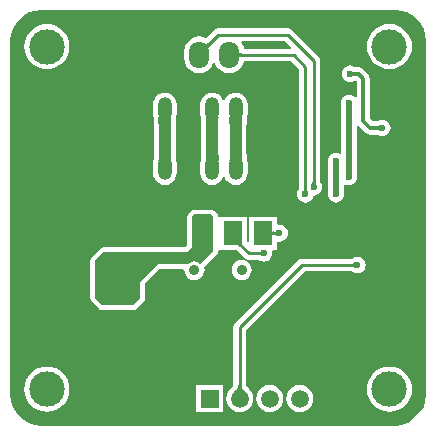
<source format=gtl>
G04 Layer_Physical_Order=1*
G04 Layer_Color=255*
%FSLAX44Y44*%
%MOMM*%
G71*
G01*
G75*
%ADD10R,1.6000X2.0000*%
%ADD11C,1.0000*%
%ADD12C,0.2540*%
%ADD13C,0.5000*%
%ADD14C,0.3000*%
%ADD15C,1.5000*%
%ADD16C,3.0000*%
%ADD17C,0.9000*%
%ADD18R,1.5000X1.5000*%
%ADD19C,1.5000*%
%ADD20O,1.7000X2.3000*%
%ADD21R,1.7000X2.3000*%
%ADD22O,1.2000X2.0000*%
%ADD23C,0.6000*%
G36*
X-4999Y320860D02*
X295001D01*
X295001Y320860D01*
Y320860D01*
X296252Y320814D01*
X300060Y320439D01*
X304925Y318963D01*
X309409Y316566D01*
X310539Y315639D01*
X315637Y310541D01*
X316565Y309411D01*
X318961Y304927D01*
X320437Y300062D01*
X320910Y295263D01*
X320858Y295003D01*
Y-4997D01*
X320910Y-5258D01*
X320437Y-10057D01*
X318961Y-14922D01*
X318335Y-16093D01*
X306096Y-28332D01*
X304925Y-28958D01*
X300060Y-30433D01*
X295261Y-30906D01*
X295001Y-30854D01*
X-4999D01*
X-5260Y-30906D01*
X-10059Y-30433D01*
X-14924Y-28958D01*
X-19408Y-26561D01*
X-20537Y-25634D01*
X-25636Y-20535D01*
X-26563Y-19406D01*
X-28960Y-14922D01*
X-30435Y-10057D01*
X-30908Y-5258D01*
X-30856Y-4997D01*
Y295003D01*
X-30908Y295263D01*
X-30435Y300062D01*
X-28960Y304927D01*
X-26563Y309411D01*
X-26445Y309555D01*
X-19552Y316448D01*
X-19408Y316566D01*
X-14924Y318963D01*
X-10059Y320439D01*
X-5260Y320911D01*
X-4999Y320860D01*
D02*
G37*
%LPC*%
G36*
X290000Y19092D02*
X286275Y18725D01*
X282694Y17639D01*
X279393Y15874D01*
X276500Y13500D01*
X274126Y10607D01*
X272361Y7306D01*
X271275Y3725D01*
X270908Y0D01*
X271275Y-3725D01*
X272361Y-7306D01*
X274126Y-10607D01*
X276500Y-13500D01*
X279393Y-15874D01*
X282694Y-17639D01*
X286275Y-18725D01*
X290000Y-19092D01*
X293725Y-18725D01*
X297306Y-17639D01*
X300607Y-15874D01*
X303500Y-13500D01*
X305874Y-10607D01*
X307639Y-7306D01*
X308725Y-3725D01*
X309092Y0D01*
X308725Y3725D01*
X307639Y7306D01*
X305874Y10607D01*
X303500Y13500D01*
X300607Y15874D01*
X297306Y17639D01*
X293725Y18725D01*
X290000Y19092D01*
D02*
G37*
G36*
X0D02*
X-3725Y18725D01*
X-7306Y17639D01*
X-10607Y15874D01*
X-13500Y13500D01*
X-15874Y10607D01*
X-17639Y7306D01*
X-18725Y3725D01*
X-19092Y0D01*
X-18725Y-3725D01*
X-17639Y-7306D01*
X-15874Y-10607D01*
X-13500Y-13500D01*
X-10607Y-15874D01*
X-7306Y-17639D01*
X-3725Y-18725D01*
X0Y-19092D01*
X3725Y-18725D01*
X7306Y-17639D01*
X10607Y-15874D01*
X13500Y-13500D01*
X15874Y-10607D01*
X17639Y-7306D01*
X18725Y-3725D01*
X19092Y0D01*
X18725Y3725D01*
X17639Y7306D01*
X15874Y10607D01*
X13500Y13500D01*
X10607Y15874D01*
X7306Y17639D01*
X3725Y18725D01*
X0Y19092D01*
D02*
G37*
G36*
X159890Y251056D02*
X157280Y250713D01*
X154847Y249705D01*
X152758Y248102D01*
X151155Y246013D01*
X150577Y244618D01*
X149203D01*
X148625Y246013D01*
X147022Y248102D01*
X144933Y249705D01*
X142500Y250713D01*
X139890Y251056D01*
X137280Y250713D01*
X134847Y249705D01*
X132758Y248102D01*
X131155Y246013D01*
X130147Y243580D01*
X129804Y240970D01*
Y232970D01*
X130147Y230359D01*
X130298Y229995D01*
X130812Y219546D01*
Y204351D01*
X130812Y204350D01*
X130679Y196705D01*
X130564Y195079D01*
X130513Y194674D01*
X130505Y194631D01*
X130501Y194619D01*
X130496Y194584D01*
X130448Y194339D01*
X130448Y194307D01*
X130147Y193580D01*
X129804Y190970D01*
Y182970D01*
X130147Y180359D01*
X131155Y177927D01*
X132758Y175838D01*
X134847Y174235D01*
X137280Y173227D01*
X139890Y172884D01*
X142500Y173227D01*
X144933Y174235D01*
X147022Y175838D01*
X148625Y177927D01*
X149203Y179322D01*
X150577D01*
X151155Y177927D01*
X152758Y175838D01*
X154847Y174235D01*
X157280Y173227D01*
X159890Y172884D01*
X162500Y173227D01*
X164933Y174235D01*
X167022Y175838D01*
X168625Y177927D01*
X169633Y180359D01*
X169976Y182970D01*
Y190970D01*
X169633Y193580D01*
X169482Y193945D01*
X168968Y204394D01*
Y219589D01*
X168968Y219590D01*
X169101Y227235D01*
X169216Y228861D01*
X169266Y229266D01*
X169275Y229309D01*
X169279Y229321D01*
X169284Y229356D01*
X169332Y229601D01*
X169332Y229633D01*
X169633Y230359D01*
X169976Y232970D01*
Y240970D01*
X169633Y243580D01*
X168625Y246013D01*
X167022Y248102D01*
X164933Y249705D01*
X162500Y250713D01*
X159890Y251056D01*
D02*
G37*
G36*
X164890Y109543D02*
X162671Y109251D01*
X160603Y108395D01*
X158828Y107032D01*
X157465Y105257D01*
X156609Y103189D01*
X156317Y100970D01*
X156609Y98751D01*
X157465Y96683D01*
X158828Y94908D01*
X160603Y93545D01*
X162671Y92689D01*
X164890Y92397D01*
X167109Y92689D01*
X169177Y93545D01*
X170952Y94908D01*
X172315Y96683D01*
X173171Y98751D01*
X173463Y100970D01*
X173171Y103189D01*
X172315Y105257D01*
X170952Y107032D01*
X169177Y108395D01*
X167109Y109251D01*
X164890Y109543D01*
D02*
G37*
G36*
X138890Y152048D02*
X138890Y152048D01*
X124890D01*
X123329Y151738D01*
X122006Y150854D01*
X122006Y150854D01*
X120006Y148854D01*
X119122Y147531D01*
X118812Y145970D01*
X118812Y145970D01*
Y121659D01*
X117201Y120048D01*
X47890D01*
X47890Y120048D01*
X46329Y119738D01*
X45006Y118854D01*
X39006Y112854D01*
X39006Y112854D01*
X38006Y111854D01*
X37122Y110531D01*
X36812Y108970D01*
X36812Y108970D01*
Y88970D01*
Y76970D01*
X37122Y75409D01*
X38006Y74086D01*
X38006Y74086D01*
X42006Y70086D01*
X42006Y70086D01*
X44006Y68086D01*
X45329Y67202D01*
X46890Y66892D01*
X46890Y66892D01*
X72890D01*
X72890Y66892D01*
X74451Y67202D01*
X75774Y68086D01*
X75774Y68086D01*
X78774Y71086D01*
X78774Y71086D01*
X81774Y74086D01*
X82658Y75409D01*
X82968Y76970D01*
X82968Y76970D01*
Y89281D01*
X92774Y99086D01*
X92774Y99086D01*
X95579Y101892D01*
X115508D01*
X116317Y100970D01*
X116609Y98751D01*
X117465Y96683D01*
X118828Y94908D01*
X120603Y93545D01*
X122671Y92689D01*
X124890Y92397D01*
X127109Y92689D01*
X129177Y93545D01*
X130952Y94908D01*
X132315Y96683D01*
X133171Y98751D01*
X133463Y100970D01*
X133171Y103189D01*
X133085Y103397D01*
X141774Y112086D01*
X141774Y112086D01*
X143774Y114086D01*
X144658Y115409D01*
X144968Y116970D01*
X144968Y116970D01*
Y116978D01*
X145640Y117970D01*
X146238Y117970D01*
X159973D01*
X160007Y117961D01*
X160075Y117970D01*
X160236D01*
X160560Y117701D01*
X167091Y111171D01*
X168834Y110006D01*
X170890Y109597D01*
X179394D01*
X180360Y108855D01*
X182063Y108150D01*
X183890Y107910D01*
X185717Y108150D01*
X187420Y108855D01*
X188883Y109978D01*
X190005Y111440D01*
X190710Y113143D01*
X190950Y114970D01*
X190723Y116700D01*
X190764Y117068D01*
X191367Y117970D01*
X195140D01*
Y124177D01*
X196095Y125014D01*
X196890Y124910D01*
X198717Y125150D01*
X200420Y125856D01*
X201882Y126978D01*
X203004Y128440D01*
X203710Y130143D01*
X203950Y131970D01*
X203710Y133797D01*
X203004Y135500D01*
X201882Y136962D01*
X200420Y138084D01*
X198717Y138790D01*
X196890Y139030D01*
X196095Y138926D01*
X195140Y139763D01*
Y145970D01*
X171140D01*
Y125257D01*
X169870Y124578D01*
X169640Y124732D01*
Y145970D01*
X146238D01*
X145640Y145970D01*
X144786Y146886D01*
X144658Y147531D01*
X143774Y148854D01*
X143774Y148854D01*
X141774Y150854D01*
X140451Y151738D01*
X140192Y151789D01*
X138890Y152048D01*
D02*
G37*
G36*
X99890Y251056D02*
X97280Y250713D01*
X94847Y249705D01*
X92758Y248102D01*
X91155Y246013D01*
X90147Y243580D01*
X89804Y240970D01*
Y232970D01*
X90147Y230359D01*
X90298Y229995D01*
X90812Y219546D01*
Y204351D01*
X90812Y204350D01*
X90679Y196705D01*
X90564Y195079D01*
X90513Y194674D01*
X90505Y194631D01*
X90501Y194619D01*
X90496Y194584D01*
X90448Y194339D01*
X90448Y194307D01*
X90147Y193580D01*
X89804Y190970D01*
Y182970D01*
X90147Y180359D01*
X91155Y177927D01*
X92758Y175838D01*
X94847Y174235D01*
X97280Y173227D01*
X99890Y172884D01*
X102500Y173227D01*
X104933Y174235D01*
X107022Y175838D01*
X108625Y177927D01*
X109633Y180359D01*
X109976Y182970D01*
Y190970D01*
X109633Y193580D01*
X109482Y193945D01*
X108968Y204394D01*
Y219589D01*
X108968Y219590D01*
X109101Y227235D01*
X109216Y228861D01*
X109267Y229266D01*
X109275Y229309D01*
X109279Y229321D01*
X109284Y229356D01*
X109332Y229601D01*
X109332Y229633D01*
X109633Y230359D01*
X109976Y232970D01*
Y240970D01*
X109633Y243580D01*
X108625Y246013D01*
X107022Y248102D01*
X104933Y249705D01*
X102500Y250713D01*
X99890Y251056D01*
D02*
G37*
G36*
X262890Y112030D02*
X261063Y111790D01*
X259360Y111084D01*
X258394Y110343D01*
X215890D01*
X213834Y109934D01*
X212090Y108770D01*
X159490Y56170D01*
X158326Y54426D01*
X157917Y52370D01*
Y3825D01*
X157862Y3663D01*
X157739Y3390D01*
X157536Y3028D01*
X157247Y2588D01*
X156896Y2119D01*
X155805Y868D01*
X155213Y268D01*
X155088Y172D01*
X153245Y-2230D01*
X152086Y-5028D01*
X151691Y-8030D01*
X152086Y-11032D01*
X153245Y-13830D01*
X155088Y-16232D01*
X157490Y-18075D01*
X160288Y-19234D01*
X163290Y-19629D01*
X166292Y-19234D01*
X169090Y-18075D01*
X171492Y-16232D01*
X173335Y-13830D01*
X174494Y-11032D01*
X174889Y-8030D01*
X174494Y-5028D01*
X173335Y-2230D01*
X171492Y172D01*
X171367Y268D01*
X170776Y868D01*
X169684Y2119D01*
X169333Y2588D01*
X169044Y3028D01*
X168841Y3391D01*
X168718Y3663D01*
X168663Y3825D01*
Y50144D01*
X218116Y99597D01*
X258394D01*
X259360Y98855D01*
X261063Y98150D01*
X262890Y97910D01*
X264717Y98150D01*
X266420Y98855D01*
X267882Y99978D01*
X269004Y101440D01*
X269710Y103143D01*
X269950Y104970D01*
X269710Y106797D01*
X269004Y108500D01*
X267882Y109962D01*
X266420Y111084D01*
X264717Y111790D01*
X262890Y112030D01*
D02*
G37*
G36*
X214090Y3569D02*
X211088Y3174D01*
X208290Y2015D01*
X205888Y172D01*
X204045Y-2230D01*
X202886Y-5028D01*
X202491Y-8030D01*
X202886Y-11032D01*
X204045Y-13830D01*
X205888Y-16232D01*
X208290Y-18075D01*
X211088Y-19234D01*
X214090Y-19629D01*
X217092Y-19234D01*
X219890Y-18075D01*
X222292Y-16232D01*
X224135Y-13830D01*
X225294Y-11032D01*
X225689Y-8030D01*
X225294Y-5028D01*
X224135Y-2230D01*
X222292Y172D01*
X219890Y2015D01*
X217092Y3174D01*
X214090Y3569D01*
D02*
G37*
G36*
X290000Y309092D02*
X286275Y308725D01*
X282694Y307639D01*
X279393Y305874D01*
X276500Y303500D01*
X274126Y300607D01*
X272361Y297306D01*
X271275Y293725D01*
X270908Y290000D01*
X271275Y286275D01*
X272361Y282694D01*
X274126Y279393D01*
X276500Y276500D01*
X279393Y274126D01*
X282694Y272361D01*
X286275Y271275D01*
X290000Y270908D01*
X293725Y271275D01*
X297306Y272361D01*
X300607Y274126D01*
X303500Y276500D01*
X305874Y279393D01*
X307639Y282694D01*
X308725Y286275D01*
X309092Y290000D01*
X308725Y293725D01*
X307639Y297306D01*
X305874Y300607D01*
X303500Y303500D01*
X300607Y305874D01*
X297306Y307639D01*
X293725Y308725D01*
X290000Y309092D01*
D02*
G37*
G36*
X203890Y305343D02*
X144890D01*
X142834Y304934D01*
X141090Y303769D01*
X134498Y297177D01*
X132153Y298148D01*
X128890Y298578D01*
X125627Y298148D01*
X122586Y296889D01*
X119975Y294885D01*
X117971Y292274D01*
X116712Y289233D01*
X116282Y285970D01*
Y279970D01*
X116712Y276707D01*
X117971Y273666D01*
X119975Y271055D01*
X122586Y269051D01*
X125627Y267792D01*
X128890Y267362D01*
X132153Y267792D01*
X135194Y269051D01*
X137805Y271055D01*
X139809Y273666D01*
X140938Y276393D01*
X140940Y276393D01*
X142240D01*
X142242Y276393D01*
X143371Y273666D01*
X145375Y271055D01*
X147986Y269051D01*
X151027Y267792D01*
X154290Y267362D01*
X157553Y267792D01*
X160594Y269051D01*
X163205Y271055D01*
X165209Y273666D01*
X166468Y276707D01*
X166585Y277597D01*
X206664D01*
X213517Y270744D01*
Y169466D01*
X212775Y168500D01*
X212070Y166797D01*
X211830Y164970D01*
X212070Y163143D01*
X212775Y161440D01*
X213898Y159978D01*
X215360Y158855D01*
X217063Y158150D01*
X218890Y157910D01*
X220717Y158150D01*
X222420Y158855D01*
X223883Y159978D01*
X225005Y161440D01*
X225710Y163143D01*
X225812Y163920D01*
X225890Y163910D01*
X227717Y164150D01*
X229420Y164855D01*
X230882Y165977D01*
X232005Y167440D01*
X232710Y169143D01*
X232950Y170970D01*
X232710Y172797D01*
X232005Y174500D01*
X231263Y175466D01*
Y277970D01*
X230854Y280026D01*
X229690Y281769D01*
X207689Y303769D01*
X205946Y304934D01*
X203890Y305343D01*
D02*
G37*
G36*
X188690Y3569D02*
X185688Y3174D01*
X182890Y2015D01*
X180488Y172D01*
X178645Y-2230D01*
X177486Y-5028D01*
X177091Y-8030D01*
X177486Y-11032D01*
X178645Y-13830D01*
X180488Y-16232D01*
X182890Y-18075D01*
X185688Y-19234D01*
X188690Y-19629D01*
X191692Y-19234D01*
X194490Y-18075D01*
X196892Y-16232D01*
X198735Y-13830D01*
X199894Y-11032D01*
X200289Y-8030D01*
X199894Y-5028D01*
X198735Y-2230D01*
X196892Y172D01*
X194490Y2015D01*
X191692Y3174D01*
X188690Y3569D01*
D02*
G37*
G36*
X149390Y3470D02*
X126390D01*
Y-19530D01*
X149390D01*
Y3470D01*
D02*
G37*
G36*
X0Y309092D02*
X-3725Y308725D01*
X-7306Y307639D01*
X-10607Y305874D01*
X-13500Y303500D01*
X-15874Y300607D01*
X-17639Y297306D01*
X-18725Y293725D01*
X-19092Y290000D01*
X-18725Y286275D01*
X-17639Y282694D01*
X-15874Y279393D01*
X-13500Y276500D01*
X-10607Y274126D01*
X-7306Y272361D01*
X-3725Y271275D01*
X0Y270908D01*
X3725Y271275D01*
X7306Y272361D01*
X10607Y274126D01*
X13500Y276500D01*
X15874Y279393D01*
X17639Y282694D01*
X18725Y286275D01*
X19092Y290000D01*
X18725Y293725D01*
X17639Y297306D01*
X15874Y300607D01*
X13500Y303500D01*
X10607Y305874D01*
X7306Y307639D01*
X3725Y308725D01*
X0Y309092D01*
D02*
G37*
G36*
X256890Y274030D02*
X255063Y273790D01*
X253360Y273084D01*
X251898Y271962D01*
X250776Y270500D01*
X250070Y268797D01*
X249830Y266970D01*
X250070Y265143D01*
X250776Y263440D01*
X251898Y261978D01*
X253360Y260856D01*
X255063Y260150D01*
X256890Y259910D01*
X258717Y260150D01*
X260420Y260856D01*
X261081Y261362D01*
X261567D01*
X262282Y260647D01*
Y247224D01*
X261012Y246793D01*
X260882Y246962D01*
X259420Y248084D01*
X257717Y248790D01*
X255890Y249030D01*
X254063Y248790D01*
X252360Y248084D01*
X250898Y246962D01*
X249776Y245500D01*
X249070Y243797D01*
X248830Y241970D01*
X249070Y240143D01*
X249334Y239506D01*
Y199830D01*
X248064Y199232D01*
X246717Y199790D01*
X244890Y200030D01*
X243063Y199790D01*
X241360Y199084D01*
X239898Y197962D01*
X238776Y196500D01*
X238070Y194797D01*
X237830Y192970D01*
X238070Y191143D01*
X238334Y190506D01*
Y167434D01*
X238070Y166797D01*
X237830Y164970D01*
X238070Y163143D01*
X238776Y161440D01*
X239898Y159978D01*
X241360Y158855D01*
X243063Y158150D01*
X244890Y157910D01*
X246717Y158150D01*
X248420Y158855D01*
X249883Y159978D01*
X251005Y161440D01*
X251710Y163143D01*
X251950Y164970D01*
X251710Y166797D01*
X251446Y167434D01*
Y173110D01*
X252716Y173708D01*
X254063Y173150D01*
X255890Y172910D01*
X257717Y173150D01*
X259420Y173855D01*
X260882Y174978D01*
X262005Y176440D01*
X262710Y178143D01*
X262950Y179970D01*
X262710Y181797D01*
X262446Y182434D01*
Y222932D01*
X263716Y223317D01*
X263925Y223005D01*
X269925Y217005D01*
X271744Y215789D01*
X273890Y215362D01*
X279699D01*
X280360Y214855D01*
X282063Y214150D01*
X283890Y213910D01*
X285717Y214150D01*
X287420Y214855D01*
X288883Y215977D01*
X290005Y217440D01*
X290710Y219143D01*
X290950Y220970D01*
X290710Y222797D01*
X290005Y224500D01*
X288883Y225962D01*
X287420Y227085D01*
X285717Y227790D01*
X283890Y228030D01*
X282063Y227790D01*
X280360Y227085D01*
X279699Y226578D01*
X276213D01*
X273498Y229293D01*
Y262970D01*
X273071Y265116D01*
X271855Y266935D01*
X267855Y270935D01*
X266036Y272151D01*
X263890Y272578D01*
X261081D01*
X260420Y273084D01*
X258717Y273790D01*
X256890Y274030D01*
D02*
G37*
%LPD*%
G36*
X165360Y123726D02*
X165231Y123555D01*
X165191Y123331D01*
X165239Y123052D01*
X165377Y122720D01*
X165605Y122334D01*
X165921Y121894D01*
X166327Y121400D01*
X167406Y120251D01*
X163860Y120204D01*
X163414Y120632D01*
X162581Y121325D01*
X162193Y121589D01*
X161824Y121799D01*
X161474Y121954D01*
X161144Y122055D01*
X160832Y122102D01*
X160540Y122093D01*
X160268Y122031D01*
X165579Y123843D01*
X165360Y123726D01*
D02*
G37*
G36*
X181748Y112870D02*
X181577Y113028D01*
X181392Y113169D01*
X181192Y113293D01*
X180977Y113401D01*
X180747Y113492D01*
X180502Y113567D01*
X180242Y113625D01*
X179967Y113667D01*
X179677Y113692D01*
X179372Y113700D01*
Y116240D01*
X179677Y116248D01*
X179967Y116273D01*
X180242Y116315D01*
X180502Y116373D01*
X180747Y116447D01*
X180977Y116539D01*
X181192Y116647D01*
X181392Y116771D01*
X181577Y116912D01*
X181748Y117070D01*
Y112870D01*
D02*
G37*
G36*
X164600Y3322D02*
X164719Y2757D01*
X164918Y2167D01*
X165197Y1551D01*
X165555Y911D01*
X165993Y244D01*
X166510Y-447D01*
X167784Y-1906D01*
X168540Y-2674D01*
X158040D01*
X158796Y-1906D01*
X160070Y-447D01*
X160587Y244D01*
X161025Y911D01*
X161383Y1551D01*
X161662Y2167D01*
X161861Y2757D01*
X161980Y3322D01*
X162020Y3862D01*
X164560D01*
X164600Y3322D01*
D02*
G37*
G36*
X260748Y102870D02*
X260577Y103028D01*
X260392Y103169D01*
X260192Y103293D01*
X259977Y103401D01*
X259747Y103492D01*
X259502Y103567D01*
X259242Y103625D01*
X258967Y103667D01*
X258677Y103692D01*
X258372Y103700D01*
Y106240D01*
X258677Y106248D01*
X258967Y106273D01*
X259242Y106315D01*
X259502Y106373D01*
X259747Y106447D01*
X259977Y106539D01*
X260192Y106647D01*
X260392Y106771D01*
X260577Y106912D01*
X260748Y107070D01*
Y102870D01*
D02*
G37*
G36*
X140890Y145970D02*
X140890D01*
Y142970D01*
Y116970D01*
X138890Y114970D01*
X129911Y105991D01*
X128440Y107119D01*
X126728Y107829D01*
X124890Y108071D01*
X123052Y107829D01*
X121340Y107119D01*
X119869Y105991D01*
X119853Y105970D01*
X93890D01*
X89890Y101970D01*
X78890Y90970D01*
Y85970D01*
Y76970D01*
X75890Y73970D01*
X72890Y70970D01*
X46890D01*
X44890Y72970D01*
X40890Y76970D01*
Y88970D01*
Y108970D01*
X41890Y109970D01*
X47890Y115970D01*
X118890D01*
X119890Y116970D01*
X122890Y119970D01*
Y145970D01*
X124890Y147970D01*
X138890D01*
X140890Y145970D01*
D02*
G37*
G36*
X165329Y230382D02*
X165237Y229910D01*
X165156Y229258D01*
X165026Y227414D01*
X164890Y219661D01*
X154890D01*
X154348Y230674D01*
X165432D01*
X165329Y230382D01*
D02*
G37*
G36*
X145329D02*
X145237Y229910D01*
X145155Y229258D01*
X145025Y227414D01*
X144890Y219661D01*
X134890D01*
X134348Y230674D01*
X145432D01*
X145329Y230382D01*
D02*
G37*
G36*
X105329D02*
X105237Y229910D01*
X105155Y229258D01*
X105025Y227414D01*
X104890Y219661D01*
X94890D01*
X94348Y230674D01*
X105432D01*
X105329Y230382D01*
D02*
G37*
G36*
X259161Y268956D02*
X259311Y268854D01*
X259482Y268764D01*
X259676Y268686D01*
X259890Y268620D01*
X260127Y268566D01*
X260385Y268524D01*
X260664Y268494D01*
X261288Y268470D01*
Y265470D01*
X260965Y265464D01*
X260385Y265416D01*
X260127Y265374D01*
X259890Y265320D01*
X259676Y265254D01*
X259482Y265176D01*
X259311Y265086D01*
X259161Y264984D01*
X259032Y264870D01*
Y269070D01*
X259161Y268956D01*
D02*
G37*
G36*
X138267Y291551D02*
X137886Y291152D01*
X137561Y290773D01*
X137291Y290415D01*
X137076Y290076D01*
X136917Y289757D01*
X136813Y289458D01*
X136765Y289179D01*
X136772Y288920D01*
X136835Y288681D01*
X136953Y288461D01*
X134014Y292682D01*
X134174Y292502D01*
X134361Y292383D01*
X134573Y292327D01*
X134812Y292333D01*
X135077Y292401D01*
X135368Y292531D01*
X135686Y292723D01*
X136030Y292978D01*
X136400Y293294D01*
X136796Y293672D01*
X138267Y291551D01*
D02*
G37*
G36*
X206744Y289517D02*
X206259Y288343D01*
X166585D01*
X166468Y289233D01*
X165209Y292274D01*
X164300Y293458D01*
X164862Y294597D01*
X201664D01*
X206744Y289517D01*
D02*
G37*
G36*
X162796Y285269D02*
X162873Y285053D01*
X163001Y284862D01*
X163181Y284697D01*
X163413Y284557D01*
X163695Y284443D01*
X164030Y284354D01*
X164415Y284291D01*
X164852Y284253D01*
X165340Y284240D01*
Y281700D01*
X164852Y281687D01*
X164415Y281649D01*
X164030Y281586D01*
X163695Y281497D01*
X163413Y281383D01*
X163181Y281243D01*
X163001Y281078D01*
X162873Y280887D01*
X162796Y280671D01*
X162770Y280430D01*
Y285510D01*
X162796Y285269D01*
D02*
G37*
G36*
X227168Y175183D02*
X227193Y174893D01*
X227235Y174618D01*
X227293Y174358D01*
X227367Y174113D01*
X227459Y173883D01*
X227567Y173668D01*
X227691Y173468D01*
X227832Y173283D01*
X227990Y173112D01*
X223790D01*
X223948Y173283D01*
X224089Y173468D01*
X224213Y173668D01*
X224321Y173883D01*
X224412Y174113D01*
X224487Y174358D01*
X224545Y174618D01*
X224587Y174893D01*
X224612Y175183D01*
X224620Y175488D01*
X227160D01*
X227168Y175183D01*
D02*
G37*
G36*
X220168Y169183D02*
X220193Y168893D01*
X220235Y168618D01*
X220293Y168358D01*
X220368Y168113D01*
X220459Y167883D01*
X220567Y167668D01*
X220691Y167468D01*
X220832Y167283D01*
X220990Y167112D01*
X216790D01*
X216948Y167283D01*
X217089Y167468D01*
X217213Y167668D01*
X217321Y167883D01*
X217412Y168113D01*
X217487Y168358D01*
X217545Y168618D01*
X217587Y168893D01*
X217612Y169183D01*
X217620Y169488D01*
X220160D01*
X220168Y169183D01*
D02*
G37*
G36*
X191105Y134269D02*
X191182Y134053D01*
X191310Y133862D01*
X191490Y133697D01*
X191722Y133558D01*
X192004Y133443D01*
X192339Y133354D01*
X192724Y133291D01*
X192801Y133284D01*
X193104Y133315D01*
X193400Y133373D01*
X193676Y133448D01*
X193932Y133539D01*
X194167Y133647D01*
X194381Y133771D01*
X194575Y133912D01*
X194748Y134070D01*
X194748Y129870D01*
X194575Y130028D01*
X194381Y130169D01*
X194167Y130293D01*
X193932Y130401D01*
X193676Y130492D01*
X193400Y130567D01*
X193104Y130625D01*
X192842Y130660D01*
X192724Y130649D01*
X192339Y130586D01*
X192004Y130497D01*
X191722Y130382D01*
X191490Y130243D01*
X191310Y130078D01*
X191182Y129887D01*
X191105Y129671D01*
X191079Y129430D01*
Y134510D01*
X191105Y134269D01*
D02*
G37*
G36*
X105432Y193265D02*
X94348D01*
X94451Y193558D01*
X94543Y194030D01*
X94625Y194682D01*
X94754Y196526D01*
X94890Y204279D01*
X104890D01*
X105432Y193265D01*
D02*
G37*
G36*
X281748Y218870D02*
X281619Y218984D01*
X281469Y219086D01*
X281298Y219176D01*
X281104Y219254D01*
X280890Y219320D01*
X280653Y219374D01*
X280395Y219416D01*
X280116Y219446D01*
X279492Y219470D01*
Y222470D01*
X279815Y222476D01*
X280395Y222524D01*
X280653Y222566D01*
X280890Y222620D01*
X281104Y222686D01*
X281298Y222764D01*
X281469Y222854D01*
X281619Y222956D01*
X281748Y223070D01*
Y218870D01*
D02*
G37*
G36*
X165432Y193265D02*
X154348D01*
X154451Y193558D01*
X154543Y194030D01*
X154625Y194682D01*
X154755Y196526D01*
X154890Y204279D01*
X164890D01*
X165432Y193265D01*
D02*
G37*
G36*
X145432D02*
X134348D01*
X134451Y193558D01*
X134543Y194030D01*
X134625Y194682D01*
X134754Y196526D01*
X134890Y204279D01*
X144890D01*
X145432Y193265D01*
D02*
G37*
D10*
X183140Y131970D02*
D03*
X157640D02*
D03*
X132140D02*
D03*
X106890D02*
D03*
D11*
X103490Y268510D02*
Y282970D01*
Y268510D02*
X119890Y252110D01*
Y236970D02*
Y252110D01*
X106890Y131970D02*
X106890Y131970D01*
X89890Y131970D02*
X106890D01*
X159890Y186970D02*
Y236970D01*
X139890Y186970D02*
Y236970D01*
X119890Y186970D02*
Y236970D01*
X99890Y186970D02*
Y236970D01*
D12*
X163290Y52370D02*
X215890Y104970D01*
X163290Y-8030D02*
Y52370D01*
X215890Y104970D02*
X262890D01*
X203890Y299970D02*
X225890Y277970D01*
X144890Y299970D02*
X203890D01*
X128890Y283970D02*
X144890Y299970D01*
X128890Y282970D02*
Y283970D01*
X154290Y282970D02*
X208890D01*
X218890Y272970D01*
Y164970D02*
Y272970D01*
X225890Y170970D02*
Y277970D01*
X183140Y131970D02*
X193890D01*
X157640Y128220D02*
Y131970D01*
Y128220D02*
X170890Y114970D01*
X183890D01*
D13*
X192890Y267970D02*
X199890Y274970D01*
X192890Y174970D02*
Y267970D01*
X244890Y164970D02*
Y192970D01*
X119890Y111970D02*
X132140Y124220D01*
Y131970D01*
X58890Y89970D02*
Y91970D01*
X78890Y111970D01*
X119890D01*
X255890Y179970D02*
Y241970D01*
D14*
X233890Y253970D02*
X254890D01*
X267890Y226970D02*
Y262970D01*
X263890Y266970D02*
X267890Y262970D01*
X256890Y266970D02*
X263890D01*
X273890Y220970D02*
X283890D01*
X267890Y226970D02*
X273890Y220970D01*
X288890Y84970D02*
Y135970D01*
D15*
X89890Y131970D02*
D03*
X58890Y89970D02*
D03*
D16*
X0Y290000D02*
D03*
X290000D02*
D03*
Y0D02*
D03*
X0D02*
D03*
D17*
X164890Y100970D02*
D03*
X124890D02*
D03*
D18*
X137890Y-8030D02*
D03*
D19*
X163290D02*
D03*
X188690D02*
D03*
X214090D02*
D03*
X239490D02*
D03*
D20*
X154290Y282970D02*
D03*
X128890D02*
D03*
D21*
X103490D02*
D03*
D22*
X99890Y186970D02*
D03*
X119890D02*
D03*
X139890D02*
D03*
X159890D02*
D03*
Y236970D02*
D03*
X139890D02*
D03*
X119890D02*
D03*
X99890D02*
D03*
D23*
X99000Y23000D02*
D03*
Y33000D02*
D03*
X91000Y154970D02*
D03*
X75000Y152000D02*
D03*
Y131000D02*
D03*
X262890Y37970D02*
D03*
X238890D02*
D03*
X215890Y84970D02*
D03*
X69890Y78970D02*
D03*
Y98970D02*
D03*
X47890Y78970D02*
D03*
Y98970D02*
D03*
X199890Y274970D02*
D03*
X192890Y174970D02*
D03*
X233890Y253970D02*
D03*
X254890D02*
D03*
X283890Y220970D02*
D03*
X256890Y266970D02*
D03*
X288890Y84970D02*
D03*
Y135970D02*
D03*
X244890Y192970D02*
D03*
Y164970D02*
D03*
X225890Y170970D02*
D03*
X218890Y164970D02*
D03*
X124890Y30970D02*
D03*
X262890Y104970D02*
D03*
X196890Y131970D02*
D03*
X183890Y114970D02*
D03*
X255890Y179970D02*
D03*
Y241970D02*
D03*
M02*

</source>
